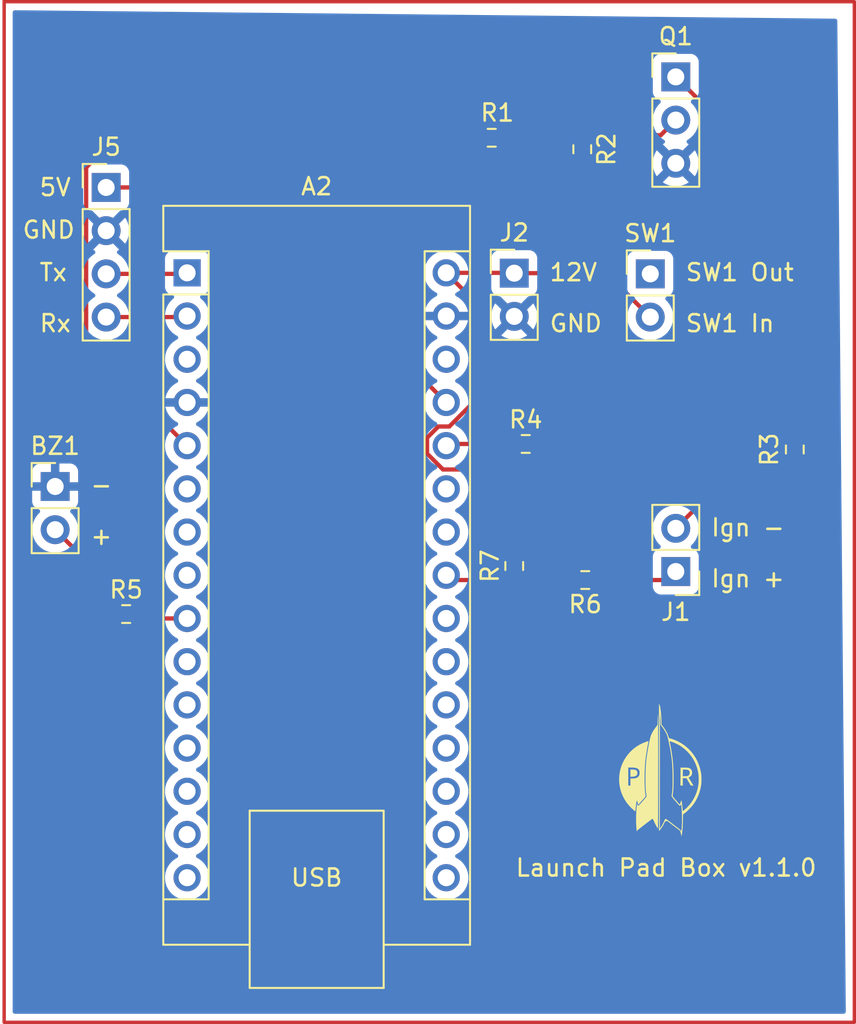
<source format=kicad_pcb>
(kicad_pcb (version 20241229) (generator "pcbnew") (generator_version "9.0")
  (layers (0 "F.Cu" signal) (2 "B.Cu" signal) (13 "F.Paste" user) (15 "B.Paste" user) (5 "F.SilkS" user "F.Silkscreen") (7 "B.SilkS" user "B.Silkscreen") (1 "F.Mask" user) (3 "B.Mask" user) (25 "Edge.Cuts" user))
  (net 0 "")
  (net 1 "/trigger")
  (net 2 "GNDREF")
  (net 3 "/radioPWR")
  (net 4 "+12V")
  (net 5 "Net-(BZ1-+)")
  (net 6 "Net-(J1-Pin_2)")
  (net 7 "Net-(Q1-G)")
  (net 8 "/continuity")
  (net 24 "Net-(A2-A4)")
  (net 27 "Net-(A2-D6)")
  (net 31 "/radioTx")
  (net 32 "/radioRx")
  (footprint "Connector_PinHeader_2.54mm:PinHeader_1x02_P2.54mm_Vertical" (layer "F.Cu") (at 189.5 73.5 180)
    (property "Reference" "J1" (at 0 -2.38 0) (layer "F.SilkS"))
    (property "Value" "Screw_Terminal_01x02")
    (fp_line (start 1.38 1.27) (end 1.38 3.92) (stroke (width 0.12)) (layer "F.SilkS"))
    (fp_line (start -1.38 3.92) (end 1.38 3.92) (stroke (width 0.12)) (layer "F.SilkS"))
    (fp_line (start -1.38 1.27) (end 1.38 1.27) (stroke (width 0.12)) (layer "F.SilkS"))
    (fp_line (start -1.38 1.27) (end -1.38 3.92) (stroke (width 0.12)) (layer "F.SilkS"))
    (fp_line (start -1.38 0) (end -1.38 -1.38) (stroke (width 0.12)) (layer "F.SilkS"))
    (fp_line (start -1.38 -1.38) (end 0 -1.38) (stroke (width 0.12)) (layer "F.SilkS"))
    (pad "1" thru_hole rect (at 0 0 180) (size 1.7 1.7) (drill 1) (layers "*.Cu" "*.Mask") (net 4 "+12V"))
    (pad "2" thru_hole circle (at 0 2.54 180) (size 1.7 1.7) (drill 1) (layers "*.Cu" "*.Mask") (net 6 "Net-(J1-Pin_2)"))
  )
  (footprint "logo:Logo" (layer "F.Cu") (at 188.5 85)
    (property "Reference" "G***" (hide yes))
    (property "Value" "LOGO" (hide yes))
    (fp_poly (pts (xy -1.537704 0.139762) (xy -1.456862 0.144825) (xy -1.394013 0.155289) (xy -1.346376 0.172117) (xy -1.311167 0.196272) (xy -1.286928 0.226496) (xy -1.264348 0.280972) (xy -1.25677 0.340905) (xy -1.263671 0.400408) (xy -1.284527 0.453593) (xy -1.310075 0.486837) (xy -1.345544 0.51425) (xy -1.389561 0.534401) (xy -1.445755 0.548376) (xy -1.517753 0.557261) (xy -1.553419 0.559728) (xy -1.667838 0.566274) (xy -1.667838 0.351095) (xy -1.667838 0.135916)) (fill yes) (layer "F.SilkS"))
    (fp_poly (pts (xy 1.492555 0.026702) (xy 1.570266 0.027078) (xy 1.630404 0.028263) (xy 1.676635 0.030516) (xy 1.712624 0.0341) (xy 1.742039 0.039273) (xy 1.768543 0.046297) (xy 1.76866 0.046332) (xy 1.836124 0.077291) (xy 1.890749 0.123353) (xy 1.931205 0.181763) (xy 1.956162 0.249767) (xy 1.964289 0.324609) (xy 1.954258 0.403534) (xy 1.949525 0.421028) (xy 1.919772 0.484493) (xy 1.871438 0.539312) (xy 1.808766 0.582302) (xy 1.753166 0.612166) (xy 1.876159 0.813339) (xy 1.913365 0.874196) (xy 1.948055 0.930934) (xy 1.978266 0.980346) (xy 2.002038 1.019224) (xy 2.017409 1.044361) (xy 2.020555 1.049506) (xy 2.041959 1.084499) (xy 1.960063 1.081375) (xy 1.878168 1.078252) (xy 1.7536 0.865788) (xy 1.629033 0.653325) (xy 1.520957 0.650297) (xy 1.412881 0.64727) (xy 1.412881 0.865417) (xy 1.412881 1.083563) (xy 1.343731 1.083563) (xy 1.274582 1.083563) (xy 1.277337 0.555061) (xy 1.277448 0.533686) (xy 1.412392 0.533686) (xy 1.548082 0.529421) (xy 1.606389 0.52717) (xy 1.648294 0.524163) (xy 1.678638 0.519589) (xy 1.702267 0.512641) (xy 1.724022 0.502508) (xy 1.73052 0.498943) (xy 1.773132 0.46733) (xy 1.800328 0.42715) (xy 1.813995 0.374687) (xy 1.816522 0.329484) (xy 1.811845 0.271724) (xy 1.796688 0.226473) (xy 1.769248 0.1925) (xy 1.727724 0.168573) (xy 1.670315 0.153459) (xy 1.595217 0.145927) (xy 1.54607 0.144573) (xy 1.418193 0.143413) (xy 1.415292 0.338549) (xy 1.412392 0.533686) (xy 1.277448 0.533686) (xy 1.280092 0.026558)) (fill yes) (layer "F.SilkS"))
    (fp_poly (pts (xy -0.599305 -1.525953) (xy -0.60418 -1.500101) (xy -0.611842 -1.465541) (xy -0.629138 -1.386512) (xy -0.648209 -1.290146) (xy -0.668447 -1.180221) (xy -0.689242 -1.060512) (xy -0.709986 -0.934796) (xy -0.730069 -0.806849) (xy -0.748882 -0.680447) (xy -0.765817 -0.559367) (xy -0.780264 -0.447384) (xy -0.790809 -0.355876) (xy -0.80275 -0.228866) (xy -0.812785 -0.091052) (xy -0.820931 0.055304) (xy -0.827205 0.207939) (xy -0.831624 0.36459) (xy -0.834205 0.522995) (xy -0.834965 0.680891) (xy -0.833921 0.836015) (xy -0.83109 0.986106) (xy -0.826489 1.1289) (xy -0.820136 1.262134) (xy -0.812047 1.383546) (xy -0.802239 1.490874) (xy -0.79073 1.581855) (xy -0.777536 1.654225) (xy -0.775608 1.662526) (xy -0.770568 1.69392) (xy -0.7752 1.715626) (xy -0.783733 1.728879) (xy -0.800826 1.750093) (xy -0.828107 1.782694) (xy -0.863482 1.824285) (xy -0.904858 1.872466) (xy -0.950141 1.924837) (xy -0.997236 1.979) (xy -1.044049 2.032557) (xy -1.088487 2.083107) (xy -1.128455 2.128252) (xy -1.16186 2.165594) (xy -1.186607 2.192732) (xy -1.200603 2.207269) (xy -1.202872 2.209066) (xy -1.210437 2.200409) (xy -1.216953 2.180406) (xy -1.22303 2.157719) (xy -1.234101 2.121066) (xy -1.248281 2.076583) (xy -1.256401 2.051965) (xy -1.272245 2.006517) (xy -1.283535 1.979499) (xy -1.291356 1.968856) (xy -1.296795 1.972535) (xy -1.29747 1.974189) (xy -1.303964 1.999166) (xy -1.311959 2.041414) (xy -1.320922 2.097057) (xy -1.330321 2.162216) (xy -1.339623 2.233013) (xy -1.348295 2.305573) (xy -1.355806 2.376016) (xy -1.361623 2.440466) (xy -1.3618 2.442703) (xy -1.366542 2.498142) (xy -1.371279 2.545154) (xy -1.375589 2.58011) (xy -1.379048 2.599378) (xy -1.380362 2.601993) (xy -1.391116 2.595481) (xy -1.413304 2.579161) (xy -1.43944 2.558695) (xy -1.608288 2.410226) (xy -1.76046 2.249734) (xy -1.895598 2.078416) (xy -2.013342 1.897469) (xy -2.113331 1.708091) (xy -2.195207 1.51148) (xy -2.258609 1.308832) (xy -2.303178 1.101346) (xy -2.328555 0.890218) (xy -2.334379 0.676647) (xy -2.320292 0.46183) (xy -2.285932 0.246963) (xy -2.230942 0.033246) (xy -2.227098 0.021246) (xy -1.795316 0.021246) (xy -1.795316 0.552405) (xy -1.795316 1.083563) (xy -1.731577 1.083563) (xy -1.667838 1.083563) (xy -1.667838 0.877821) (xy -1.667838 0.67208) (xy -1.532393 0.666539) (xy -1.432995 0.658566) (xy -1.351349 0.642835) (xy -1.285025 0.61824) (xy -1.231598 0.583677) (xy -1.188639 0.538041) (xy -1.163238 0.498445) (xy -1.148426 0.469995) (xy -1.139073 0.445275) (xy -1.133938 0.417917) (xy -1.131784 0.381553) (xy -1.131368 0.33463) (xy -1.131986 0.283395) (xy -1.134535 0.247359) (xy -1.140058 0.220491) (xy -1.149598 0.196761) (xy -1.157926 0.18109) (xy -1.188433 0.136522) (xy -1.226334 0.100373) (xy -1.27373 0.071963) (xy -1.332721 0.050608) (xy -1.40541 0.035627) (xy -1.493897 0.026338) (xy -1.600284 0.022058) (xy -1.649248 0.021594) (xy -1.795316 0.021246) (xy -2.227098 0.021246) (xy -2.213896 -0.019961) (xy -2.134933 -0.223801) (xy -2.037582 -0.418131) (xy -1.92296 -0.601829) (xy -1.792187 -0.773778) (xy -1.646379 -0.932857) (xy -1.486656 -1.077946) (xy -1.314136 -1.207927) (xy -1.129937 -1.321678) (xy -0.935178 -1.41808) (xy -0.744069 -1.49168) (xy -0.692772 -1.508595) (xy -0.649248 -1.522497) (xy -0.617157 -1.53225) (xy -0.600161 -1.536722) (xy -0.59843 -1.536809)) (fill yes) (layer "F.SilkS"))
    (fp_poly (pts (xy -0.044263 -3.128304) (xy -0.043146 -3.114813) (xy -0.042119 -3.092658) (xy -0.041177 -3.061196) (xy -0.040319 -3.019788) (xy -0.039542 -2.967789) (xy -0.038843 -2.904558) (xy -0.038219 -2.829454) (xy -0.037667 -2.741835) (xy -0.037184 -2.641058) (xy -0.036768 -2.526482) (xy -0.036416 -2.397464) (xy -0.036124 -2.253364) (xy -0.035891 -2.093538) (xy -0.035712 -1.917346) (xy -0.035587 -1.724144) (xy -0.03551 -1.513292) (xy -0.035481 -1.284147) (xy -0.035495 -1.036067) (xy -0.035551 -0.768411) (xy -0.035644 -0.480536) (xy -0.035718 -0.297449) (xy -0.035846 -0.042619) (xy -0.036011 0.209924) (xy -0.03621 0.459123) (xy -0.036441 0.703922) (xy -0.036703 0.943267) (xy -0.036993 1.176102) (xy -0.03731 1.401371) (xy -0.03765 1.618018) (xy -0.038013 1.824988) (xy -0.038396 2.021226) (xy -0.038797 2.205675) (xy -0.039214 2.37728) (xy -0.039645 2.534985) (xy -0.040087 2.677736) (xy -0.04054 2.804475) (xy -0.041 2.914149) (xy -0.041466 3.0057) (xy -0.041936 3.078074) (xy -0.042388 3.128524) (xy -0.047805 3.617189) (xy -0.096941 3.542827) (xy -0.133843 3.482669) (xy -0.175151 3.408041) (xy -0.218042 3.324451) (xy -0.259691 3.237405) (xy -0.297275 3.152413) (xy -0.297947 3.150816) (xy -0.3209 3.099402) (xy -0.339761 3.065838) (xy -0.356685 3.04767) (xy -0.373828 3.042442) (xy -0.389818 3.04619) (xy -0.401901 3.054072) (xy -0.429116 3.073703) (xy -0.469795 3.103825) (xy -0.52227 3.143181) (xy -0.584873 3.190512) (xy -0.655937 3.244561) (xy -0.733793 3.30407) (xy -0.816774 3.367781) (xy -0.840727 3.386223) (xy -0.939804 3.462699) (xy -1.023218 3.527455) (xy -1.092265 3.581568) (xy -1.148243 3.626115) (xy -1.192448 3.662172) (xy -1.226177 3.690815) (xy -1.250727 3.713122) (xy -1.267396 3.730168) (xy -1.277479 3.743031) (xy -1.282256 3.752722) (xy -1.292754 3.78716) (xy -1.299767 3.739356) (xy -1.312457 3.633537) (xy -1.322394 3.510274) (xy -1.329574 3.37319) (xy -1.333995 3.22591) (xy -1.335654 3.072057) (xy -1.334548 2.915254) (xy -1.330674 2.759125) (xy -1.324029 2.607293) (xy -1.314612 2.463383) (xy -1.302418 2.331017) (xy -1.300867 2.316964) (xy -1.295128 2.264987) (xy -1.290363 2.220102) (xy -1.287041 2.186845) (xy -1.285629 2.169749) (xy -1.285611 2.169155) (xy -1.282234 2.158127) (xy -1.274721 2.163137) (xy -1.26609 2.180222) (xy -1.259769 2.203123) (xy -1.246204 2.240657) (xy -1.223047 2.259304) (xy -1.198633 2.260895) (xy -1.183886 2.251778) (xy -1.15663 2.226774) (xy -1.116715 2.185723) (xy -1.063991 2.128468) (xy -0.998308 2.05485) (xy -0.943097 1.991844) (xy -0.878866 1.917856) (xy -0.827504 1.858018) (xy -0.787711 1.81065) (xy -0.758187 1.774071) (xy -0.737631 1.746601) (xy -0.724743 1.726559) (xy -0.718223 1.712264) (xy -0.716771 1.702035) (xy -0.717087 1.699707) (xy -0.730961 1.628081) (xy -0.742571 1.561682) (xy -0.75216 1.497498) (xy -0.759971 1.432518) (xy -0.766247 1.363729) (xy -0.771231 1.288119) (xy -0.775167 1.202675) (xy -0.778297 1.104386) (xy -0.780864 0.990239) (xy -0.782651 0.887035) (xy -0.784243 0.711823) (xy -0.783639 0.534478) (xy -0.780946 0.358696) (xy -0.776274 0.188173) (xy -0.769731 0.026605) (xy -0.761425 -0.122311) (xy -0.751465 -0.254879) (xy -0.748053 -0.292137) (xy -0.732607 -0.434898) (xy -0.712655 -0.59093) (xy -0.688906 -0.756143) (xy -0.66207 -0.926443) (xy -0.632855 -1.097737) (xy -0.60197 -1.265933) (xy -0.570125 -1.426937) (xy -0.53803 -1.576658) (xy -0.506392 -1.711003) (xy -0.493355 -1.76207) (xy -0.45839 -1.871154) (xy -0.409447 -1.983748) (xy -0.345478 -2.101797) (xy -0.265439 -2.227243) (xy -0.175856 -2.351995) (xy -0.077601 -2.482646) (xy -0.069746 -2.747157) (xy -0.066913 -2.827778) (xy -0.063288 -2.90838) (xy -0.059142 -2.984266) (xy -0.054743 -3.050742) (xy -0.050361 -3.103112) (xy -0.048178 -3.123212) (xy -0.046776 -3.131862) (xy -0.045472 -3.133773)) (fill yes) (layer "F.SilkS"))
    (fp_poly (pts (xy 0.038872 -3.675928) (xy 0.05378 -3.640939) (xy 0.066395 -3.605189) (xy 0.077357 -3.565499) (xy 0.087307 -3.518691) (xy 0.096885 -3.461588) (xy 0.106733 -3.39101) (xy 0.11749 -3.30378) (xy 0.122444 -3.261313) (xy 0.146673 -2.986629) (xy 0.156366 -2.762659) (xy 0.162729 -2.503026) (xy 0.228782 -2.417406) (xy 0.320152 -2.292205) (xy 0.40084 -2.167834) (xy 0.46928 -2.047086) (xy 0.523907 -1.932759) (xy 0.563157 -1.827647) (xy 0.568042 -1.8114) (xy 0.58086 -1.769098) (xy 0.5923 -1.734927) (xy 0.600668 -1.713787) (xy 0.603247 -1.709567) (xy 0.61635 -1.704136) (xy 0.644856 -1.695083) (xy 0.683574 -1.684015) (xy 0.701129 -1.679284) (xy 0.811023 -1.645475) (xy 0.931189 -1.600249) (xy 1.055929 -1.546204) (xy 1.179546 -1.485935) (xy 1.296341 -1.422039) (xy 1.384212 -1.367986) (xy 1.570908 -1.233484) (xy 1.742535 -1.084314) (xy 1.898583 -0.92128) (xy 2.038543 -0.745186) (xy 2.161905 -0.556837) (xy 2.268161 -0.357037) (xy 2.356802 -0.146591) (xy 2.427317 0.073697) (xy 2.479197 0.303022) (xy 2.492429 0.382434) (xy 2.500571 0.452664) (xy 2.506492 0.537978) (xy 2.510143 0.632737) (xy 2.511476 0.731301) (xy 2.510444 0.82803) (xy 2.506997 0.917283) (xy 2.501086 0.99342) (xy 2.4979 1.019824) (xy 2.456418 1.252001) (xy 2.397404 1.472763) (xy 2.320314 1.683458) (xy 2.2246 1.885434) (xy 2.109719 2.080039) (xy 2.011934 2.220242) (xy 1.961317 2.28365) (xy 1.898536 2.355131) (xy 1.827596 2.430679) (xy 1.752503 2.506286) (xy 1.677263 2.577945) (xy 1.605883 2.64165) (xy 1.542367 2.693392) (xy 1.528723 2.703597) (xy 1.427156 2.777959) (xy 1.420434 3.123212) (xy 1.418403 3.213349) (xy 1.415887 3.302403) (xy 1.413031 3.386618) (xy 1.409978 3.462241) (xy 1.40687 3.525517) (xy 1.403852 3.572693) (xy 1.402786 3.58532) (xy 1.398244 3.630878) (xy 1.392276 3.686329) (xy 1.385307 3.748173) (xy 1.377763 3.812911) (xy 1.370068 3.877045) (xy 1.362648 3.937075) (xy 1.355928 3.989502) (xy 1.350333 4.030828) (xy 1.346287 4.057553) (xy 1.344368 4.066194) (xy 1.34097 4.057481) (xy 1.333322 4.031582) (xy 1.322376 3.991913) (xy 1.309083 3.941888) (xy 1.300506 3.908825) (xy 1.259303 3.748625) (xy 0.88065 3.457457) (xy 0.501996 3.166289) (xy 0.438185 3.177529) (xy 0.374374 3.18877) (xy 0.308735 3.319256) (xy 0.250963 3.427945) (xy 0.192414 3.526431) (xy 0.135088 3.611605) (xy 0.080982 3.680357) (xy 0.066101 3.696863) (xy 0.011433 3.755291) (xy 0.011372 3.617121) (xy 0.063739 3.617121) (xy 0.101657 3.56404) (xy 0.137364 3.510023) (xy 0.178152 3.441655) (xy 0.221093 3.364265) (xy 0.263258 3.283179) (xy 0.301718 3.203727) (xy 0.311812 3.181639) (xy 0.33722 3.125692) (xy 0.35606 3.086399) (xy 0.370295 3.060959) (xy 0.381888 3.046567) (xy 0.392802 3.040422) (xy 0.405 3.039719) (xy 0.410767 3.040345) (xy 0.423806 3.047286) (xy 0.451949 3.066022) (xy 0.493517 3.09532) (xy 0.54683 3.133948) (xy 0.610207 3.180675) (xy 0.681969 3.234267) (xy 0.760436 3.293494) (xy 0.843929 3.357122) (xy 0.871376 3.378168) (xy 0.970745 3.454614) (xy 1.054431 3.519346) (xy 1.123722 3.573431) (xy 1.179905 3.617934) (xy 1.22427 3.653923) (xy 1.258106 3.682464) (xy 1.2827 3.704622) (xy 1.299342 3.721466) (xy 1.30932 3.73406) (xy 1.313923 3.743472) (xy 1.314228 3.744667) (xy 1.321312 3.776537) (xy 1.328943 3.739356) (xy 1.332365 3.716219) (xy 1.336866 3.676437) (xy 1.341988 3.624554) (xy 1.347271 3.565114) (xy 1.350393 3.526892) (xy 1.35893 3.385495) (xy 1.363828 3.2283) (xy 1.365184 3.060422) (xy 1.363099 2.886979) (xy 1.35767 2.713087) (xy 1.348996 2.543862) (xy 1.337177 2.384421) (xy 1.326198 2.273358) (xy 1.313747 2.161815) (xy 1.298649 2.207085) (xy 1.279517 2.246445) (xy 1.255405 2.266798) (xy 1.227657 2.267219) (xy 1.21768 2.262685) (xy 1.205421 2.251688) (xy 1.181253 2.226537) (xy 1.147017 2.189274) (xy 1.104555 2.141941) (xy 1.055708 2.086582) (xy 1.002315 2.025239) (xy 0.97202 1.990086) (xy 0.909866 1.917877) (xy 0.860042 1.859698) (xy 0.821354 1.813193) (xy 0.79261 1.776004) (xy 0.772618 1.745774) (xy 0.760185 1.720145) (xy 0.754118 1.696761) (xy 0.753225 1.673263) (xy 0.756313 1.647295) (xy 0.76219 1.616499) (xy 0.768073 1.586933) (xy 0.778242 1.528783) (xy 0.786845 1.467405) (xy 0.793985 1.400691) (xy 0.799764 1.326531) (xy 0.804283 1.242816) (xy 0.807646 1.147436) (xy 0.809955 1.038283) (xy 0.81131 0.913246) (xy 0.811816 0.770217) (xy 0.811772 0.685194) (xy 0.810839 0.495191) (xy 0.808564 0.323263) (xy 0.804736 0.166271) (xy 0.799142 0.021075) (xy 0.791572 -0.115467) (xy 0.781813 -0.246494) (xy 0.769656 -0.375146) (xy 0.754887 -0.504564) (xy 0.737295 -0.637888) (xy 0.716669 -0.778258) (xy 0.71052 -0.817984) (xy 0.690558 -0.940711) (xy 0.668651 -1.066517) (xy 0.645352 -1.192767) (xy 0.621219 -1.316823) (xy 0.596808 -1.436049) (xy 0.577447 -1.52571) (xy 0.640445 -1.52571) (xy 0.641408 -1.514793) (xy 0.646157 -1.486897) (xy 0.653989 -1.44581) (xy 0.6642 -1.395319) (xy 0.668485 -1.374799) (xy 0.679618 -1.319621) (xy 0.693129 -1.249001) (xy 0.708003 -1.168472) (xy 0.723222 -1.083567) (xy 0.73777 -0.999817) (xy 0.742479 -0.97202) (xy 0.770022 -0.802296) (xy 0.793593 -0.643141) (xy 0.813454 -0.491105) (xy 0.829871 -0.342736) (xy 0.843107 -0.194586) (xy 0.853426 -0.043201) (xy 0.861091 0.114867) (xy 0.866368 0.28307) (xy 0.869518 0.464858) (xy 0.870808 0.663682) (xy 0.870866 0.706622) (xy 0.870246 0.875573) (xy 0.868115 1.025236) (xy 0.864383 1.15752) (xy 0.858963 1.274336) (xy 0.851765 1.377593) (xy 0.842701 1.469201) (xy 0.831696 1.550983) (xy 0.824383 1.600227) (xy 0.818421 1.644164) (xy 0.814572 1.676958) (xy 0.813548 1.689969) (xy 0.816649 1.702131) (xy 0.8273 1.721298) (xy 0.846646 1.748955) (xy 0.875836 1.786586) (xy 0.916013 1.835676) (xy 0.968325 1.897709) (xy 1.025023 1.963852) (xy 1.084809 2.03314) (xy 1.132274 2.087759) (xy 1.168914 2.129178) (xy 1.196226 2.158868) (xy 1.215707 2.178299) (xy 1.228854 2.18894) (xy 1.237164 2.192261) (xy 1.242132 2.189732) (xy 1.245257 2.182823) (xy 1.24588 2.180743) (xy 1.260372 2.13227) (xy 1.276291 2.082041) (xy 1.292226 2.034155) (xy 1.306763 1.99271) (xy 1.31849 1.961803) (xy 1.325994 1.945533) (xy 1.327467 1.94404) (xy 1.331915 1.953789) (xy 1.338606 1.980056) (xy 1.346492 2.018367) (xy 1.351763 2.047616) (xy 1.357569 2.083124) (xy 1.363246 2.121544) (xy 1.369122 2.165614) (xy 1.37552 2.218072) (xy 1.382768 2.281657) (xy 1.39119 2.359106) (xy 1.401114 2.453158) (xy 1.408644 2.525659) (xy 1.412784 2.556785) (xy 1.417247 2.577029) (xy 1.419792 2.58143) (xy 1.429834 2.575144) (xy 1.452295 2.558286) (xy 1.483249 2.533851) (xy 1.501436 2.519115) (xy 1.6615 2.374747) (xy 1.807156 2.215572) (xy 1.937537 2.043157) (xy 2.051773 1.85907) (xy 2.148997 1.664879) (xy 2.228339 1.46215) (xy 2.288931 1.252452) (xy 2.329904 1.037351) (xy 2.332326 1.019824) (xy 2.340252 0.939979) (xy 2.345139 0.845388) (xy 2.347 0.74233) (xy 2.345853 0.637084) (xy 2.341712 0.535931) (xy 2.334591 0.445148) (xy 2.330846 0.412622) (xy 2.292657 0.197995) (xy 2.234495 -0.0108) (xy 2.157126 -0.212551) (xy 2.061316 -0.406044) (xy 1.947828 -0.590067) (xy 1.817429 -0.763407) (xy 1.670885 -0.924853) (xy 1.50896 -1.073191) (xy 1.332419 -1.207209) (xy 1.290715 -1.235296) (xy 1.210354 -1.284347) (xy 1.116122 -1.335589) (xy 1.014693 -1.385797) (xy 0.912739 -1.431749) (xy 0.816936 -1.470218) (xy 0.770595 -1.486584) (xy 0.722341 -1.502309) (xy 0.682003 -1.514872) (xy 0.653496 -1.523097) (xy 0.640731 -1.525809) (xy 0.640445 -1.52571) (xy 0.577447 -1.52571) (xy 0.572675 -1.547809) (xy 0.549375 -1.649467) (xy 0.527465 -1.738386) (xy 0.507502 -1.81193) (xy 0.490041 -1.867462) (xy 0.487848 -1.873594) (xy 0.452128 -1.957909) (xy 0.403173 -2.052906) (xy 0.34327 -2.154763) (xy 0.274709 -2.259657) (xy 0.199777 -2.363766) (xy 0.175304 -2.395679) (xy 0.108984 -2.480819) (xy 0.101136 -2.742443) (xy 0.098309 -2.822177) (xy 0.094712 -2.901449) (xy 0.090612 -2.975645) (xy 0.086276 -3.040153) (xy 0.081972 -3.090358) (xy 0.079899 -3.108788) (xy 0.078618 -3.115729) (xy 0.077415 -3.115509) (xy 0.076287 -3.107541) (xy 0.075232 -3.091236) (xy 0.074246 -3.066007) (xy 0.073327 -3.031265) (xy 0.072472 -2.986423) (xy 0.07168 -2.930891) (xy 0.070946 -2.864082) (xy 0.070269 -2.785408) (xy 0.069646 -2.694281) (xy 0.069075 -2.590112) (xy 0.068552 -2.472313) (xy 0.068075 -2.340297) (xy 0.067641 -2.193474) (xy 0.067248 -2.031258) (xy 0.066894 -1.853059) (xy 0.066575 -1.65829) (xy 0.066289 -1.446363) (xy 0.066033 -1.216689) (xy 0.065805 -0.96868) (xy 0.065602 -0.701749) (xy 0.065421 -0.415306) (xy 0.065261 -0.108765) (xy 0.065124 0.201806) (xy 0.063739 3.617121) (xy 0.011372 3.617121) (xy 0.010638 1.965286) (xy 0.010538 1.764769) (xy 0.010418 1.565752) (xy 0.01028 1.369674) (xy 0.010125 1.177976) (xy 0.009956 0.992098) (xy 0.009773 0.813481) (xy 0.00958 0.643566) (xy 0.009377 0.483792) (xy 0.009166 0.335599) (xy 0.00895 0.200429) (xy 0.008729 0.079722) (xy 0.008507 -0.025082) (xy 0.008284 -0.112543) (xy 0.008063 -0.18122) (xy 0.007908 -0.217775) (xy 0.007701 -0.275513) (xy 0.007544 -0.352897) (xy 0.007438 -0.448326) (xy 0.007382 -0.560199) (xy 0.007373 -0.686915) (xy 0.007411 -0.826874) (xy 0.007496 -0.978476) (xy 0.007625 -1.140118) (xy 0.007799 -1.310202) (xy 0.008015 -1.487125) (xy 0.008274 -1.669288) (xy 0.008573 -1.855089) (xy 0.008912 -2.042929) (xy 0.009168 -2.172438) (xy 0.012364 -3.734044)) (fill yes) (layer "F.SilkS"))
  )
  (footprint "Resistor_SMD:R_0603_1608Metric" (layer "F.Cu") (at 184 48.675 -90)
    (property "Reference" "R2" (at 0 -1.43 90) (layer "F.SilkS"))
    (property "Value" "10k")
    (fp_line (start -0.237258 0.5225) (end 0.237258 0.5225) (stroke (width 0.12)) (layer "F.SilkS"))
    (fp_line (start -0.237258 -0.5225) (end 0.237258 -0.5225) (stroke (width 0.12)) (layer "F.SilkS"))
    (pad "1" smd roundrect (at -0.825 0 270) (size 0.8 0.95) (layers "F.Cu" "F.Mask" "F.Paste") (net 7 "Net-(Q1-G)"))
    (pad "2" smd roundrect (at 0.825 0 270) (size 0.8 0.95) (layers "F.Cu" "F.Mask" "F.Paste") (net 2 "GNDREF"))
  )
  (footprint "Resistor_SMD:R_0603_1608Metric" (layer "F.Cu") (at 157.175 76)
    (property "Reference" "R5" (at 0 -1.43 0) (layer "F.SilkS"))
    (property "Value" "10k")
    (fp_line (start -0.237258 -0.5225) (end 0.237258 -0.5225) (stroke (width 0.12)) (layer "F.SilkS"))
    (fp_line (start -0.237258 0.5225) (end 0.237258 0.5225) (stroke (width 0.12)) (layer "F.SilkS"))
    (pad "1" smd roundrect (at -0.825 0) (size 0.8 0.95) (layers "F.Cu" "F.Mask" "F.Paste") (net 5 "Net-(BZ1-+)"))
    (pad "2" smd roundrect (at 0.825 0) (size 0.8 0.95) (layers "F.Cu" "F.Mask" "F.Paste") (net 27 "Net-(A2-D6)"))
  )
  (footprint "Connector_PinHeader_2.54mm:PinHeader_1x04_P2.54mm_Vertical" (layer "F.Cu") (at 156 50.92)
    (property "Reference" "J5" (at 0 -2.38 0) (layer "F.SilkS"))
    (property "Value" "Conn_01x04_Pin")
    (fp_line (start -1.38 -1.38) (end 0 -1.38) (stroke (width 0.12)) (layer "F.SilkS"))
    (fp_line (start -1.38 0) (end -1.38 -1.38) (stroke (width 0.12)) (layer "F.SilkS"))
    (fp_line (start -1.38 1.27) (end -1.38 9) (stroke (width 0.12)) (layer "F.SilkS"))
    (fp_line (start -1.38 1.27) (end 1.38 1.27) (stroke (width 0.12)) (layer "F.SilkS"))
    (fp_line (start -1.38 9) (end 1.38 9) (stroke (width 0.12)) (layer "F.SilkS"))
    (fp_line (start 1.38 1.27) (end 1.38 9) (stroke (width 0.12)) (layer "F.SilkS"))
    (pad "1" thru_hole rect (at 0 0) (size 1.7 1.7) (drill 1) (layers "*.Cu" "*.Mask") (net 3 "/radioPWR"))
    (pad "2" thru_hole circle (at 0 2.54) (size 1.7 1.7) (drill 1) (layers "*.Cu" "*.Mask") (net 2 "GNDREF"))
    (pad "3" thru_hole circle (at 0 5.08) (size 1.7 1.7) (drill 1) (layers "*.Cu" "*.Mask") (net 31 "/radioTx"))
    (pad "4" thru_hole circle (at 0 7.62) (size 1.7 1.7) (drill 1) (layers "*.Cu" "*.Mask") (net 32 "/radioRx"))
  )
  (footprint "Resistor_SMD:R_0603_1608Metric" (layer "F.Cu") (at 184.175 74 180)
    (property "Reference" "R6" (at 0 -1.43 0) (layer "F.SilkS"))
    (property "Value" "7.5k")
    (fp_line (start -0.237258 0.5225) (end 0.237258 0.5225) (stroke (width 0.12)) (layer "F.SilkS"))
    (fp_line (start -0.237258 -0.5225) (end 0.237258 -0.5225) (stroke (width 0.12)) (layer "F.SilkS"))
    (pad "1" smd roundrect (at -0.825 0 180) (size 0.8 0.95) (layers "F.Cu" "F.Mask" "F.Paste") (net 4 "+12V"))
    (pad "2" smd roundrect (at 0.825 0 180) (size 0.8 0.95) (layers "F.Cu" "F.Mask" "F.Paste") (net 24 "Net-(A2-A4)"))
  )
  (footprint "Module:Arduino_Nano" (layer "F.Cu") (at 160.76 55.94)
    (property "Reference" "A2" (at 7.62 -5.08 0) (layer "F.SilkS"))
    (property "Value" "Arduino_Nano_v3.x")
    (fp_line (start -1.4 -3.94) (end -1.4 -1.27) (stroke (width 0.12)) (layer "F.SilkS"))
    (fp_line (start -1.4 1.27) (end -1.4 39.5) (stroke (width 0.12)) (layer "F.SilkS"))
    (fp_line (start -1.4 39.5) (end 3.68 39.5) (stroke (width 0.12)) (layer "F.SilkS"))
    (fp_line (start 1.27 -1.27) (end -1.4 -1.27) (stroke (width 0.12)) (layer "F.SilkS"))
    (fp_line (start 1.27 1.27) (end -1.4 1.27) (stroke (width 0.12)) (layer "F.SilkS"))
    (fp_line (start 1.27 1.27) (end 1.27 -1.27) (stroke (width 0.12)) (layer "F.SilkS"))
    (fp_line (start 1.27 1.27) (end 1.27 36.83) (stroke (width 0.12)) (layer "F.SilkS"))
    (fp_line (start 1.27 36.83) (end -1.4 36.83) (stroke (width 0.12)) (layer "F.SilkS"))
    (fp_line (start 3.68 31.62) (end 11.56 31.62) (stroke (width 0.12)) (layer "F.SilkS"))
    (fp_line (start 3.68 42.04) (end 3.68 31.62) (stroke (width 0.12)) (layer "F.SilkS"))
    (fp_line (start 11.56 31.62) (end 11.56 42.04) (stroke (width 0.12)) (layer "F.SilkS"))
    (fp_line (start 11.56 42.04) (end 3.68 42.04) (stroke (width 0.12)) (layer "F.SilkS"))
    (fp_line (start 13.97 -1.27) (end 13.97 36.83) (stroke (width 0.12)) (layer "F.SilkS"))
    (fp_line (start 13.97 -1.27) (end 16.64 -1.27) (stroke (width 0.12)) (layer "F.SilkS"))
    (fp_line (start 13.97 36.83) (end 16.64 36.83) (stroke (width 0.12)) (layer "F.SilkS"))
    (fp_line (start 16.64 -3.94) (end -1.4 -3.94) (stroke (width 0.12)) (layer "F.SilkS"))
    (fp_line (start 16.64 39.5) (end 11.56 39.5) (stroke (width 0.12)) (layer "F.SilkS"))
    (fp_line (start 16.64 39.5) (end 16.64 -3.94) (stroke (width 0.12)) (layer "F.SilkS"))
    (fp_text user "USB" (at 7.62 35.56 0) (layer "F.SilkS"))
    (pad "1" thru_hole rect (at 0 0) (size 1.6 1.6) (drill 1) (layers "*.Cu" "*.Mask") (net 31 "/radioTx"))
    (pad "2" thru_hole oval (at 0 2.54) (size 1.6 1.6) (drill 1) (layers "*.Cu" "*.Mask") (net 32 "/radioRx"))
    (pad "3" thru_hole oval (at 0 5.08) (size 1.6 1.6) (drill 1) (layers "*.Cu" "*.Mask"))
    (pad "4" thru_hole oval (at 0 7.62) (size 1.6 1.6) (drill 1) (layers "*.Cu" "*.Mask") (net 2 "GNDREF"))
    (pad "5" thru_hole oval (at 0 10.16) (size 1.6 1.6) (drill 1) (layers "*.Cu" "*.Mask") (net 1 "/trigger"))
    (pad "6" thru_hole oval (at 0 12.7) (size 1.6 1.6) (drill 1) (layers "*.Cu" "*.Mask"))
    (pad "7" thru_hole oval (at 0 15.24) (size 1.6 1.6) (drill 1) (layers "*.Cu" "*.Mask"))
    (pad "8" thru_hole oval (at 0 17.78) (size 1.6 1.6) (drill 1) (layers "*.Cu" "*.Mask"))
    (pad "9" thru_hole oval (at 0 20.32) (size 1.6 1.6) (drill 1) (layers "*.Cu" "*.Mask") (net 27 "Net-(A2-D6)"))
    (pad "10" thru_hole oval (at 0 22.86) (size 1.6 1.6) (drill 1) (layers "*.Cu" "*.Mask"))
    (pad "11" thru_hole oval (at 0 25.4) (size 1.6 1.6) (drill 1) (layers "*.Cu" "*.Mask"))
    (pad "12" thru_hole oval (at 0 27.94) (size 1.6 1.6) (drill 1) (layers "*.Cu" "*.Mask"))
    (pad "13" thru_hole oval (at 0 30.48) (size 1.6 1.6) (drill 1) (layers "*.Cu" "*.Mask"))
    (pad "14" thru_hole oval (at 0 33.02) (size 1.6 1.6) (drill 1) (layers "*.Cu" "*.Mask"))
    (pad "15" thru_hole oval (at 0 35.56) (size 1.6 1.6) (drill 1) (layers "*.Cu" "*.Mask"))
    (pad "16" thru_hole oval (at 15.24 35.56) (size 1.6 1.6) (drill 1) (layers "*.Cu" "*.Mask"))
    (pad "17" thru_hole oval (at 15.24 33.02) (size 1.6 1.6) (drill 1) (layers "*.Cu" "*.Mask"))
    (pad "18" thru_hole oval (at 15.24 30.48) (size 1.6 1.6) (drill 1) (layers "*.Cu" "*.Mask"))
    (pad "19" thru_hole oval (at 15.24 27.94) (size 1.6 1.6) (drill 1) (layers "*.Cu" "*.Mask"))
    (pad "20" thru_hole oval (at 15.24 25.4) (size 1.6 1.6) (drill 1) (layers "*.Cu" "*.Mask"))
    (pad "21" thru_hole oval (at 15.24 22.86) (size 1.6 1.6) (drill 1) (layers "*.Cu" "*.Mask"))
    (pad "22" thru_hole oval (at 15.24 20.32) (size 1.6 1.6) (drill 1) (layers "*.Cu" "*.Mask"))
    (pad "23" thru_hole oval (at 15.24 17.78) (size 1.6 1.6) (drill 1) (layers "*.Cu" "*.Mask") (net 24 "Net-(A2-A4)"))
    (pad "24" thru_hole oval (at 15.24 15.24) (size 1.6 1.6) (drill 1) (layers "*.Cu" "*.Mask"))
    (pad "25" thru_hole oval (at 15.24 12.7) (size 1.6 1.6) (drill 1) (layers "*.Cu" "*.Mask"))
    (pad "26" thru_hole oval (at 15.24 10.16) (size 1.6 1.6) (drill 1) (layers "*.Cu" "*.Mask") (net 8 "/continuity"))
    (pad "27" thru_hole oval (at 15.24 7.62) (size 1.6 1.6) (drill 1) (layers "*.Cu" "*.Mask") (net 3 "/radioPWR"))
    (pad "28" thru_hole oval (at 15.24 5.08) (size 1.6 1.6) (drill 1) (layers "*.Cu" "*.Mask"))
    (pad "29" thru_hole oval (at 15.24 2.54) (size 1.6 1.6) (drill 1) (layers "*.Cu" "*.Mask") (net 2 "GNDREF"))
    (pad "30" thru_hole oval (at 15.24 0) (size 1.6 1.6) (drill 1) (layers "*.Cu" "*.Mask") (net 4 "+12V"))
  )
  (footprint "Connector_PinHeader_2.54mm:PinHeader_1x02_P2.54mm_Vertical" (layer "F.Cu") (at 188 56)
    (property "Reference" "SW1" (at 0 -2.38 0) (layer "F.SilkS"))
    (property "Value" "SW_MEC_5G")
    (fp_line (start -1.38 -1.38) (end 0 -1.38) (stroke (width 0.12)) (layer "F.SilkS"))
    (fp_line (start -1.38 0) (end -1.38 -1.38) (stroke (width 0.12)) (layer "F.SilkS"))
    (fp_line (start -1.38 1.27) (end -1.38 3.92) (stroke (width 0.12)) (layer "F.SilkS"))
    (fp_line (start -1.38 1.27) (end 1.38 1.27) (stroke (width 0.12)) (layer "F.SilkS"))
    (fp_line (start -1.38 3.92) (end 1.38 3.92) (stroke (width 0.12)) (layer "F.SilkS"))
    (fp_line (start 1.38 1.27) (end 1.38 3.92) (stroke (width 0.12)) (layer "F.SilkS"))
    (pad "1" thru_hole rect (at 0 0) (size 1.7 1.7) (drill 1) (layers "*.Cu" "*.Mask") (net 4 "+12V"))
    (pad "2" thru_hole circle (at 0 2.54) (size 1.7 1.7) (drill 1) (layers "*.Cu" "*.Mask") (net 4 "+12V"))
  )
  (footprint "Resistor_SMD:R_0603_1608Metric" (layer "F.Cu") (at 180 73.175 90)
    (property "Reference" "R7" (at 0 -1.43 90) (layer "F.SilkS"))
    (property "Value" "3k")
    (fp_line (start -0.237258 -0.5225) (end 0.237258 -0.5225) (stroke (width 0.12)) (layer "F.SilkS"))
    (fp_line (start -0.237258 0.5225) (end 0.237258 0.5225) (stroke (width 0.12)) (layer "F.SilkS"))
    (pad "1" smd roundrect (at -0.825 0 90) (size 0.8 0.95) (layers "F.Cu" "F.Mask" "F.Paste") (net 24 "Net-(A2-A4)"))
    (pad "2" smd roundrect (at 0.825 0 90) (size 0.8 0.95) (layers "F.Cu" "F.Mask" "F.Paste") (net 2 "GNDREF"))
  )
  (footprint "Connector_PinHeader_2.54mm:PinHeader_1x02_P2.54mm_Vertical" (layer "F.Cu") (at 180 55.96)
    (property "Reference" "J2" (at 0 -2.38 0) (layer "F.SilkS"))
    (property "Value" "Screw_Terminal_01x02")
    (fp_line (start -1.38 -1.38) (end 0 -1.38) (stroke (width 0.12)) (layer "F.SilkS"))
    (fp_line (start -1.38 0) (end -1.38 -1.38) (stroke (width 0.12)) (layer "F.SilkS"))
    (fp_line (start -1.38 1.27) (end -1.38 3.92) (stroke (width 0.12)) (layer "F.SilkS"))
    (fp_line (start -1.38 1.27) (end 1.38 1.27) (stroke (width 0.12)) (layer "F.SilkS"))
    (fp_line (start -1.38 3.92) (end 1.38 3.92) (stroke (width 0.12)) (layer "F.SilkS"))
    (fp_line (start 1.38 1.27) (end 1.38 3.92) (stroke (width 0.12)) (layer "F.SilkS"))
    (pad "1" thru_hole rect (at 0 0) (size 1.7 1.7) (drill 1) (layers "*.Cu" "*.Mask") (net 4 "+12V"))
    (pad "2" thru_hole circle (at 0 2.54) (size 1.7 1.7) (drill 1) (layers "*.Cu" "*.Mask") (net 2 "GNDREF"))
  )
  (footprint "Resistor_SMD:R_0603_1608Metric" (layer "F.Cu") (at 180.675 66)
    (property "Reference" "R4" (at 0 -1.43 0) (layer "F.SilkS"))
    (property "Value" "3k")
    (fp_line (start -0.237258 -0.5225) (end 0.237258 -0.5225) (stroke (width 0.12)) (layer "F.SilkS"))
    (fp_line (start -0.237258 0.5225) (end 0.237258 0.5225) (stroke (width 0.12)) (layer "F.SilkS"))
    (pad "1" smd roundrect (at -0.825 0) (size 0.8 0.95) (layers "F.Cu" "F.Mask" "F.Paste") (net 8 "/continuity"))
    (pad "2" smd roundrect (at 0.825 0) (size 0.8 0.95) (layers "F.Cu" "F.Mask" "F.Paste") (net 2 "GNDREF"))
  )
  (footprint "Connector_PinHeader_2.54mm:PinHeader_1x02_P2.54mm_Vertical" (layer "F.Cu") (at 153 68.5)
    (property "Reference" "BZ1" (at 0 -2.38 0) (layer "F.SilkS"))
    (property "Value" "Buzzer")
    (fp_line (start -1.38 -1.38) (end 0 -1.38) (stroke (width 0.12)) (layer "F.SilkS"))
    (fp_line (start -1.38 0) (end -1.38 -1.38) (stroke (width 0.12)) (layer "F.SilkS"))
    (fp_line (start -1.38 1.27) (end -1.38 3.92) (stroke (width 0.12)) (layer "F.SilkS"))
    (fp_line (start -1.38 1.27) (end 1.38 1.27) (stroke (width 0.12)) (layer "F.SilkS"))
    (fp_line (start -1.38 3.92) (end 1.38 3.92) (stroke (width 0.12)) (layer "F.SilkS"))
    (fp_line (start 1.38 1.27) (end 1.38 3.92) (stroke (width 0.12)) (layer "F.SilkS"))
    (pad "1" thru_hole rect (at 0 0) (size 1.7 1.7) (drill 1) (layers "*.Cu" "*.Mask") (net 2 "GNDREF"))
    (pad "2" thru_hole circle (at 0 2.54) (size 1.7 1.7) (drill 1) (layers "*.Cu" "*.Mask") (net 5 "Net-(BZ1-+)"))
  )
  (footprint "Resistor_SMD:R_0603_1608Metric" (layer "F.Cu") (at 178.675 48)
    (property "Reference" "R1" (at 0.325 -1.47 0) (layer "F.SilkS"))
    (property "Value" "500")
    (fp_line (start -0.237258 -0.5225) (end 0.237258 -0.5225) (stroke (width 0.12)) (layer "F.SilkS"))
    (fp_line (start -0.237258 0.5225) (end 0.237258 0.5225) (stroke (width 0.12)) (layer "F.SilkS"))
    (pad "1" smd roundrect (at -0.825 0) (size 0.8 0.95) (layers "F.Cu" "F.Mask" "F.Paste") (net 1 "/trigger"))
    (pad "2" smd roundrect (at 0.825 0) (size 0.8 0.95) (layers "F.Cu" "F.Mask" "F.Paste") (net 7 "Net-(Q1-G)"))
  )
  (footprint "Connector_PinHeader_2.54mm:PinHeader_1x03_P2.54mm_Vertical" (layer "F.Cu") (at 189.5 44.42)
    (property "Reference" "Q1" (at 0 -2.38 0) (layer "F.SilkS"))
    (property "Value" "NMOS")
    (fp_line (start -1.38 -1.38) (end 0 -1.38) (stroke (width 0.12)) (layer "F.SilkS"))
    (fp_line (start -1.38 0) (end -1.38 -1.38) (stroke (width 0.12)) (layer "F.SilkS"))
    (fp_line (start -1.38 1.27) (end -1.38 6.46) (stroke (width 0.12)) (layer "F.SilkS"))
    (fp_line (start -1.38 1.27) (end 1.38 1.27) (stroke (width 0.12)) (layer "F.SilkS"))
    (fp_line (start -1.38 6.46) (end 1.38 6.46) (stroke (width 0.12)) (layer "F.SilkS"))
    (fp_line (start 1.38 1.27) (end 1.38 6.46) (stroke (width 0.12)) (layer "F.SilkS"))
    (pad "1" thru_hole rect (at 0 0) (size 1.7 1.7) (drill 1) (layers "*.Cu" "*.Mask") (net 6 "Net-(J1-Pin_2)"))
    (pad "2" thru_hole circle (at 0 2.54) (size 1.7 1.7) (drill 1) (layers "*.Cu" "*.Mask") (net 7 "Net-(Q1-G)"))
    (pad "3" thru_hole circle (at 0 5.08) (size 1.7 1.7) (drill 1) (layers "*.Cu" "*.Mask") (net 2 "GNDREF"))
  )
  (footprint "Resistor_SMD:R_0603_1608Metric" (layer "F.Cu") (at 196.5 66.325 90)
    (property "Reference" "R3" (at 0 -1.5 90) (layer "F.SilkS"))
    (property "Value" "7.5k")
    (fp_line (start -0.237258 -0.5225) (end 0.237258 -0.5225) (stroke (width 0.12)) (layer "F.SilkS"))
    (fp_line (start -0.237258 0.5225) (end 0.237258 0.5225) (stroke (width 0.12)) (layer "F.SilkS"))
    (pad "1" smd roundrect (at -0.825 0 90) (size 0.8 0.95) (layers "F.Cu" "F.Mask" "F.Paste") (net 6 "Net-(J1-Pin_2)"))
    (pad "2" smd roundrect (at 0.825 0 90) (size 0.8 0.95) (layers "F.Cu" "F.Mask" "F.Paste") (net 8 "/continuity"))
  )
  (gr_rect (start 150 40) (end 200 100) (stroke (width 0.2)) (fill no) (layer "F.Cu"))
  (gr_text "GND" (at 182 59.5 0) (layer "F.SilkS") (effects (font (size 1 1)) (justify left bottom)))
  (gr_text "Rx" (at 152 59.5 0) (layer "F.SilkS") (effects (font (size 1 1)) (justify left bottom)))
  (gr_text "5V" (at 152 51.5 0) (layer "F.SilkS") (effects (font (size 1 1)) (justify left bottom)))
  (gr_text "SW1 In" (at 190 59.5 0) (layer "F.SilkS") (effects (font (size 1 1)) (justify left bottom)))
  (gr_text "12V" (at 182 56.5 0) (layer "F.SilkS") (effects (font (size 1 1)) (justify left bottom)))
  (gr_text "-" (at 155 69 0) (layer "F.SilkS") (effects (font (size 1 1)) (justify left bottom)))
  (gr_text "Ign -" (at 191.5 71.5 0) (layer "F.SilkS") (effects (font (size 1 1)) (justify left bottom)))
  (gr_text "Launch Pad Box v1.1.0" (at 180 91.5 0) (layer "F.SilkS") (effects (font (size 1 1)) (justify left bottom)))
  (gr_text "SW1 Out" (at 190 56.5 0) (layer "F.SilkS") (effects (font (size 1 1)) (justify left bottom)))
  (gr_text "GND" (at 151 54 0) (layer "F.SilkS") (effects (font (size 1 1)) (justify left bottom)))
  (gr_text "Ign +" (at 191.5 74.5 0) (layer "F.SilkS") (effects (font (size 1 1)) (justify left bottom)))
  (gr_text "+" (at 155 72 0) (layer "F.SilkS") (effects (font (size 1 1)) (justify left bottom)))
  (gr_text "Tx" (at 152 56.5 0) (layer "F.SilkS") (effects (font (size 1 1)) (justify left bottom)))
  (segment (start 156.568 48) (end 154.824 49.744) (width 0.25) (layer "F.Cu") (net 1))
  (segment (start 154.824 60.164) (end 160.76 66.1) (width 0.25) (layer "F.Cu") (net 1))
  (segment (start 154.824 49.744) (end 154.824 60.164) (width 0.25) (layer "F.Cu") (net 1))
  (segment (start 177.85 48) (end 156.568 48) (width 0.25) (layer "F.Cu") (net 1))
  (segment (start 179.98 58.48) (end 180 58.5) (width 0.25) (layer "F.Cu") (net 2))
  (segment (start 163.36 50.92) (end 176 63.56) (width 0.25) (layer "F.Cu") (net 3))
  (segment (start 156 50.92) (end 163.36 50.92) (width 0.25) (layer "F.Cu") (net 3))
  (segment (start 175.533595 64.974) (end 174.874 65.633595) (width 0.25) (layer "F.Cu") (net 4))
  (segment (start 175.807595 67.5) (end 178.5 67.5) (width 0.25) (layer "F.Cu") (net 4))
  (segment (start 185 74) (end 189 74) (width 0.25) (layer "F.Cu") (net 4))
  (segment (start 180 55.96) (end 185.42 55.96) (width 0.25) (layer "F.Cu") (net 4))
  (segment (start 176 55.94) (end 179.98 55.94) (width 0.25) (layer "F.Cu") (net 4))
  (segment (start 177.5 63.652405) (end 176.178405 64.974) (width 0.25) (layer "F.Cu") (net 4))
  (segment (start 176 55.94) (end 177.5 57.44) (width 0.25) (layer "F.Cu") (net 4))
  (segment (start 177.5 57.44) (end 177.5 63.652405) (width 0.25) (layer "F.Cu") (net 4))
  (segment (start 185.42 55.96) (end 188 58.54) (width 0.25) (layer "F.Cu") (net 4))
  (segment (start 174.874 65.633595) (end 174.874 66.566405) (width 0.25) (layer "F.Cu") (net 4))
  (segment (start 174.874 66.566405) (end 175.807595 67.5) (width 0.25) (layer "F.Cu") (net 4))
  (segment (start 187.96 55.96) (end 188 56) (width 0.25) (layer "F.Cu") (net 4))
  (segment (start 179.98 55.94) (end 180 55.96) (width 0.25) (layer "F.Cu") (net 4))
  (segment (start 189 74) (end 189.5 73.5) (width 0.25) (layer "F.Cu") (net 4))
  (segment (start 178.5 67.5) (end 185 74) (width 0.25) (layer "F.Cu") (net 4))
  (segment (start 176.178405 64.974) (end 175.533595 64.974) (width 0.25) (layer "F.Cu") (net 4))
  (segment (start 156.35 76) (end 156.35 74.39) (width 0.25) (layer "F.Cu") (net 5))
  (segment (start 156.35 74.39) (end 153 71.04) (width 0.25) (layer "F.Cu") (net 5))
  (segment (start 197.301 66.349) (end 196.5 67.15) (width 0.25) (layer "F.Cu") (net 6))
  (segment (start 193.31 67.15) (end 189.5 70.96) (width 0.25) (layer "F.Cu") (net 6))
  (segment (start 196.5 67.15) (end 193.31 67.15) (width 0.25) (layer "F.Cu") (net 6))
  (segment (start 197.301 52.221) (end 197.301 66.349) (width 0.25) (layer "F.Cu") (net 6))
  (segment (start 189.5 44.42) (end 197.301 52.221) (width 0.25) (layer "F.Cu") (net 6))
  (segment (start 188.61 47.85) (end 189.5 46.96) (width 0.25) (layer "F.Cu") (net 7))
  (segment (start 179.5 48) (end 183.85 48) (width 0.25) (layer "F.Cu") (net 7))
  (segment (start 183.85 48) (end 184 47.85) (width 0.25) (layer "F.Cu") (net 7))
  (segment (start 184 47.85) (end 188.61 47.85) (width 0.25) (layer "F.Cu") (net 7))
  (segment (start 196.5 65.5) (end 195.5 64.5) (width 0.25) (layer "F.Cu") (net 8))
  (segment (start 179.85 66) (end 176.1 66) (width 0.25) (layer "F.Cu") (net 8))
  (segment (start 181.35 64.5) (end 179.85 66) (width 0.25) (layer "F.Cu") (net 8))
  (segment (start 176.1 66) (end 176 66.1) (width 0.25) (layer "F.Cu") (net 8))
  (segment (start 195.5 64.5) (end 181.35 64.5) (width 0.25) (layer "F.Cu") (net 8))
  (segment (start 183.35 74) (end 180 74) (width 0.25) (layer "F.Cu") (net 24))
  (segment (start 176.28 74) (end 176 73.72) (width 0.25) (layer "F.Cu") (net 24))
  (segment (start 180 74) (end 176.28 74) (width 0.25) (layer "F.Cu") (net 24))
  (segment (start 158.5 76) (end 158.76 76.26) (width 0.25) (layer "F.Cu") (net 27))
  (segment (start 158.76 76.26) (end 160.76 76.26) (width 0.25) (layer "F.Cu") (net 27))
  (segment (start 158 76) (end 158.5 76) (width 0.25) (layer "F.Cu") (net 27))
  (segment (start 156 56) (end 160.7 56) (width 0.25) (layer "F.Cu") (net 31))
  (segment (start 160.7 56) (end 160.76 55.94) (width 0.25) (layer "F.Cu") (net 31))
  (segment (start 156 58.54) (end 160.7 58.54) (width 0.25) (layer "F.Cu") (net 32))
  (segment (start 160.7 58.54) (end 160.76 58.48) (width 0.25) (layer "F.Cu") (net 32))
  (zone (net 2) (net_name "GNDREF") (layer "B.Cu") (connect_pads (clearance 0.5)) (min_thickness 0.25) (fill yes (thermal_gap 0.5) (thermal_bridge_width 0.5))
    (polygon (pts (xy 150.5 40.5) (xy 199 41) (xy 199.5 99.5) (xy 150.5 99.5)))
  )
)
</source>
